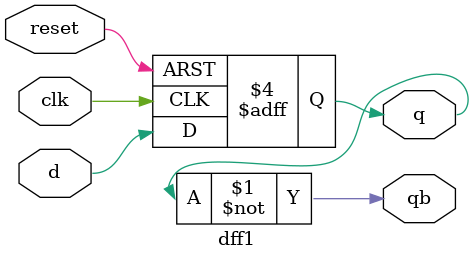
<source format=v>

module dff1 (
  input  d    ,
  input  clk  ,
  input  reset,
  output q    ,
  output qb
);

  reg q;

  assign qb = ~q;

  always @(posedge clk or negedge reset)
    if (~reset)
      q <= 1'b0; // Active low-reset
    else
      q <= d;

endmodule


</source>
